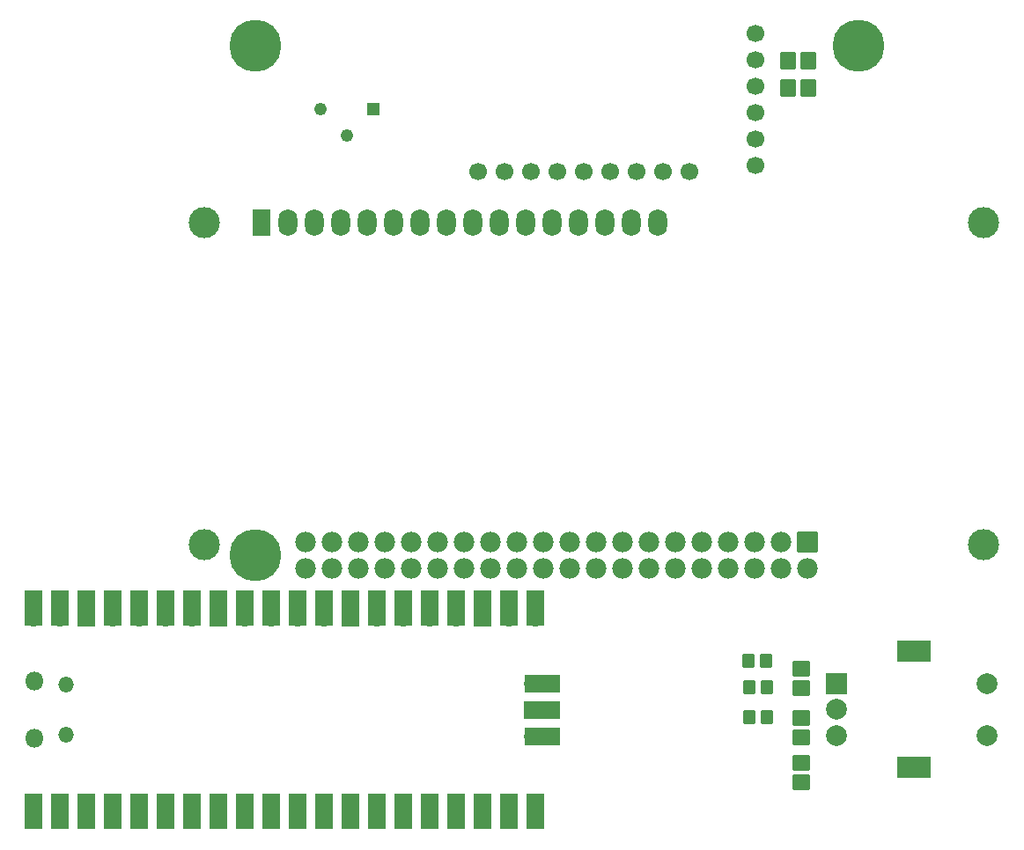
<source format=gbr>
%TF.GenerationSoftware,KiCad,Pcbnew,(6.0.7)*%
%TF.CreationDate,2022-10-15T00:00:42+09:00*%
%TF.ProjectId,minidexed shield,6d696e69-6465-4786-9564-20736869656c,rev?*%
%TF.SameCoordinates,Original*%
%TF.FileFunction,Soldermask,Top*%
%TF.FilePolarity,Negative*%
%FSLAX46Y46*%
G04 Gerber Fmt 4.6, Leading zero omitted, Abs format (unit mm)*
G04 Created by KiCad (PCBNEW (6.0.7)) date 2022-10-15 00:00:42*
%MOMM*%
%LPD*%
G01*
G04 APERTURE LIST*
G04 Aperture macros list*
%AMRoundRect*
0 Rectangle with rounded corners*
0 $1 Rounding radius*
0 $2 $3 $4 $5 $6 $7 $8 $9 X,Y pos of 4 corners*
0 Add a 4 corners polygon primitive as box body*
4,1,4,$2,$3,$4,$5,$6,$7,$8,$9,$2,$3,0*
0 Add four circle primitives for the rounded corners*
1,1,$1+$1,$2,$3*
1,1,$1+$1,$4,$5*
1,1,$1+$1,$6,$7*
1,1,$1+$1,$8,$9*
0 Add four rect primitives between the rounded corners*
20,1,$1+$1,$2,$3,$4,$5,0*
20,1,$1+$1,$4,$5,$6,$7,0*
20,1,$1+$1,$6,$7,$8,$9,0*
20,1,$1+$1,$8,$9,$2,$3,0*%
G04 Aperture macros list end*
%ADD10R,2.000000X2.000000*%
%ADD11C,2.000000*%
%ADD12R,3.200000X2.000000*%
%ADD13RoundRect,0.101600X0.750000X-0.650000X0.750000X0.650000X-0.750000X0.650000X-0.750000X-0.650000X0*%
%ADD14RoundRect,0.101600X-0.500000X-0.550000X0.500000X-0.550000X0.500000X0.550000X-0.500000X0.550000X0*%
%ADD15RoundRect,0.101600X-0.650000X-0.750000X0.650000X-0.750000X0.650000X0.750000X-0.650000X0.750000X0*%
%ADD16C,3.000000*%
%ADD17R,1.800000X2.600000*%
%ADD18O,1.800000X2.600000*%
%ADD19RoundRect,0.101600X-0.750000X0.650000X-0.750000X-0.650000X0.750000X-0.650000X0.750000X0.650000X0*%
%ADD20RoundRect,0.101600X0.500000X0.550000X-0.500000X0.550000X-0.500000X-0.550000X0.500000X-0.550000X0*%
%ADD21O,1.500000X1.500000*%
%ADD22O,1.800000X1.800000*%
%ADD23O,1.700000X1.700000*%
%ADD24R,1.700000X3.500000*%
%ADD25R,1.700000X1.700000*%
%ADD26R,3.500000X1.700000*%
%ADD27C,1.700000*%
%ADD28R,1.222000X1.222000*%
%ADD29C,1.222000*%
%ADD30C,5.000000*%
%ADD31RoundRect,0.101600X0.889000X0.889000X-0.889000X0.889000X-0.889000X-0.889000X0.889000X-0.889000X0*%
%ADD32C,1.981200*%
G04 APERTURE END LIST*
D10*
%TO.C,SW1*%
X173100000Y-124740000D03*
D11*
X173100000Y-129740000D03*
X173100000Y-127240000D03*
D12*
X180600000Y-121640000D03*
X180600000Y-132840000D03*
D11*
X187600000Y-129740000D03*
X187600000Y-124740000D03*
%TD*%
D13*
%TO.C,C3*%
X169700000Y-125220000D03*
X169700000Y-123320000D03*
%TD*%
D14*
%TO.C,R1*%
X164690000Y-127950000D03*
X166390000Y-127950000D03*
%TD*%
D15*
%TO.C,C4*%
X168470000Y-67480000D03*
X170370000Y-67480000D03*
%TD*%
D14*
%TO.C,R2*%
X164690000Y-125120000D03*
X166390000Y-125120000D03*
%TD*%
D16*
%TO.C,DS1*%
X112290900Y-111400700D03*
X187289480Y-111400700D03*
X112290900Y-80400000D03*
X187290000Y-80400000D03*
D17*
X117790000Y-80400000D03*
D18*
X120330000Y-80400000D03*
X122870000Y-80400000D03*
X125410000Y-80400000D03*
X127950000Y-80400000D03*
X130490000Y-80400000D03*
X133030000Y-80400000D03*
X135570000Y-80400000D03*
X138110000Y-80400000D03*
X140650000Y-80400000D03*
X143190000Y-80400000D03*
X145730000Y-80400000D03*
X148270000Y-80400000D03*
X150810000Y-80400000D03*
X153350000Y-80400000D03*
X155890000Y-80400000D03*
%TD*%
D19*
%TO.C,C2*%
X169700000Y-128060000D03*
X169700000Y-129960000D03*
%TD*%
%TO.C,C1*%
X169740000Y-132390000D03*
X169740000Y-134290000D03*
%TD*%
D20*
%TO.C,R3*%
X166350000Y-122550000D03*
X164650000Y-122550000D03*
%TD*%
D21*
%TO.C,U1*%
X99030000Y-129705000D03*
X99030000Y-124855000D03*
D22*
X96000000Y-124555000D03*
X96000000Y-130005000D03*
D23*
X95870000Y-136170000D03*
D24*
X95870000Y-137070000D03*
X98410000Y-137070000D03*
D23*
X98410000Y-136170000D03*
D25*
X100950000Y-136170000D03*
D24*
X100950000Y-137070000D03*
X103490000Y-137070000D03*
D23*
X103490000Y-136170000D03*
D24*
X106030000Y-137070000D03*
D23*
X106030000Y-136170000D03*
X108570000Y-136170000D03*
D24*
X108570000Y-137070000D03*
D23*
X111110000Y-136170000D03*
D24*
X111110000Y-137070000D03*
X113650000Y-137070000D03*
D25*
X113650000Y-136170000D03*
D24*
X116190000Y-137070000D03*
D23*
X116190000Y-136170000D03*
X118730000Y-136170000D03*
D24*
X118730000Y-137070000D03*
X121270000Y-137070000D03*
D23*
X121270000Y-136170000D03*
D24*
X123810000Y-137070000D03*
D23*
X123810000Y-136170000D03*
D24*
X126350000Y-137070000D03*
D25*
X126350000Y-136170000D03*
D24*
X128890000Y-137070000D03*
D23*
X128890000Y-136170000D03*
X131430000Y-136170000D03*
D24*
X131430000Y-137070000D03*
D23*
X133970000Y-136170000D03*
D24*
X133970000Y-137070000D03*
X136510000Y-137070000D03*
D23*
X136510000Y-136170000D03*
D25*
X139050000Y-136170000D03*
D24*
X139050000Y-137070000D03*
X141590000Y-137070000D03*
D23*
X141590000Y-136170000D03*
X144130000Y-136170000D03*
D24*
X144130000Y-137070000D03*
X144130000Y-117490000D03*
D23*
X144130000Y-118390000D03*
D24*
X141590000Y-117490000D03*
D23*
X141590000Y-118390000D03*
D24*
X139050000Y-117490000D03*
D25*
X139050000Y-118390000D03*
D23*
X136510000Y-118390000D03*
D24*
X136510000Y-117490000D03*
X133970000Y-117490000D03*
D23*
X133970000Y-118390000D03*
X131430000Y-118390000D03*
D24*
X131430000Y-117490000D03*
X128890000Y-117490000D03*
D23*
X128890000Y-118390000D03*
D25*
X126350000Y-118390000D03*
D24*
X126350000Y-117490000D03*
X123810000Y-117490000D03*
D23*
X123810000Y-118390000D03*
D24*
X121270000Y-117490000D03*
D23*
X121270000Y-118390000D03*
D24*
X118730000Y-117490000D03*
D23*
X118730000Y-118390000D03*
D24*
X116190000Y-117490000D03*
D23*
X116190000Y-118390000D03*
D25*
X113650000Y-118390000D03*
D24*
X113650000Y-117490000D03*
X111110000Y-117490000D03*
D23*
X111110000Y-118390000D03*
X108570000Y-118390000D03*
D24*
X108570000Y-117490000D03*
D23*
X106030000Y-118390000D03*
D24*
X106030000Y-117490000D03*
X103490000Y-117490000D03*
D23*
X103490000Y-118390000D03*
D25*
X100950000Y-118390000D03*
D24*
X100950000Y-117490000D03*
D23*
X98410000Y-118390000D03*
D24*
X98410000Y-117490000D03*
D23*
X95870000Y-118390000D03*
D24*
X95870000Y-117490000D03*
D23*
X143900000Y-129820000D03*
D26*
X144800000Y-129820000D03*
D25*
X143900000Y-127280000D03*
D26*
X144800000Y-127280000D03*
X144800000Y-124740000D03*
D23*
X143900000Y-124740000D03*
%TD*%
D27*
%TO.C,A1*%
X165355000Y-74860000D03*
X165355000Y-72320000D03*
X165355000Y-69780000D03*
X165355000Y-67240000D03*
X165355000Y-64700000D03*
X165355000Y-62160000D03*
X138685000Y-75495000D03*
X141225000Y-75495000D03*
X143765000Y-75495000D03*
X146305000Y-75495000D03*
X148845000Y-75495000D03*
X151385000Y-75495000D03*
X153925000Y-75495000D03*
X156465000Y-75495000D03*
X159005000Y-75495000D03*
%TD*%
D28*
%TO.C,RV1*%
X128600000Y-69490000D03*
D29*
X126060000Y-72030000D03*
X123520000Y-69490000D03*
%TD*%
D30*
%TO.C,X1*%
X117200000Y-63380000D03*
X175200000Y-63380000D03*
X117200000Y-112380000D03*
D31*
X170330000Y-111110000D03*
D32*
X170330000Y-113650000D03*
X167790000Y-111110000D03*
X167790000Y-113650000D03*
X165250000Y-111110000D03*
X165250000Y-113650000D03*
X162710000Y-111110000D03*
X162710000Y-113650000D03*
X160170000Y-111110000D03*
X160170000Y-113650000D03*
X157630000Y-111110000D03*
X157630000Y-113650000D03*
X155090000Y-111110000D03*
X155090000Y-113650000D03*
X152550000Y-111110000D03*
X152550000Y-113650000D03*
X150010000Y-111110000D03*
X150010000Y-113650000D03*
X147470000Y-111110000D03*
X147470000Y-113650000D03*
X144930000Y-111110000D03*
X144930000Y-113650000D03*
X142390000Y-111110000D03*
X142390000Y-113650000D03*
X139850000Y-111110000D03*
X139850000Y-113650000D03*
X137310000Y-111110000D03*
X137310000Y-113650000D03*
X134770000Y-111110000D03*
X134770000Y-113650000D03*
X132230000Y-111110000D03*
X132230000Y-113650000D03*
X129690000Y-111110000D03*
X129690000Y-113650000D03*
X127150000Y-111110000D03*
X127150000Y-113650000D03*
X124610000Y-111110000D03*
X124610000Y-113650000D03*
X122070000Y-111110000D03*
X122070000Y-113650000D03*
%TD*%
D15*
%TO.C,C5*%
X168470000Y-64860000D03*
X170370000Y-64860000D03*
%TD*%
M02*

</source>
